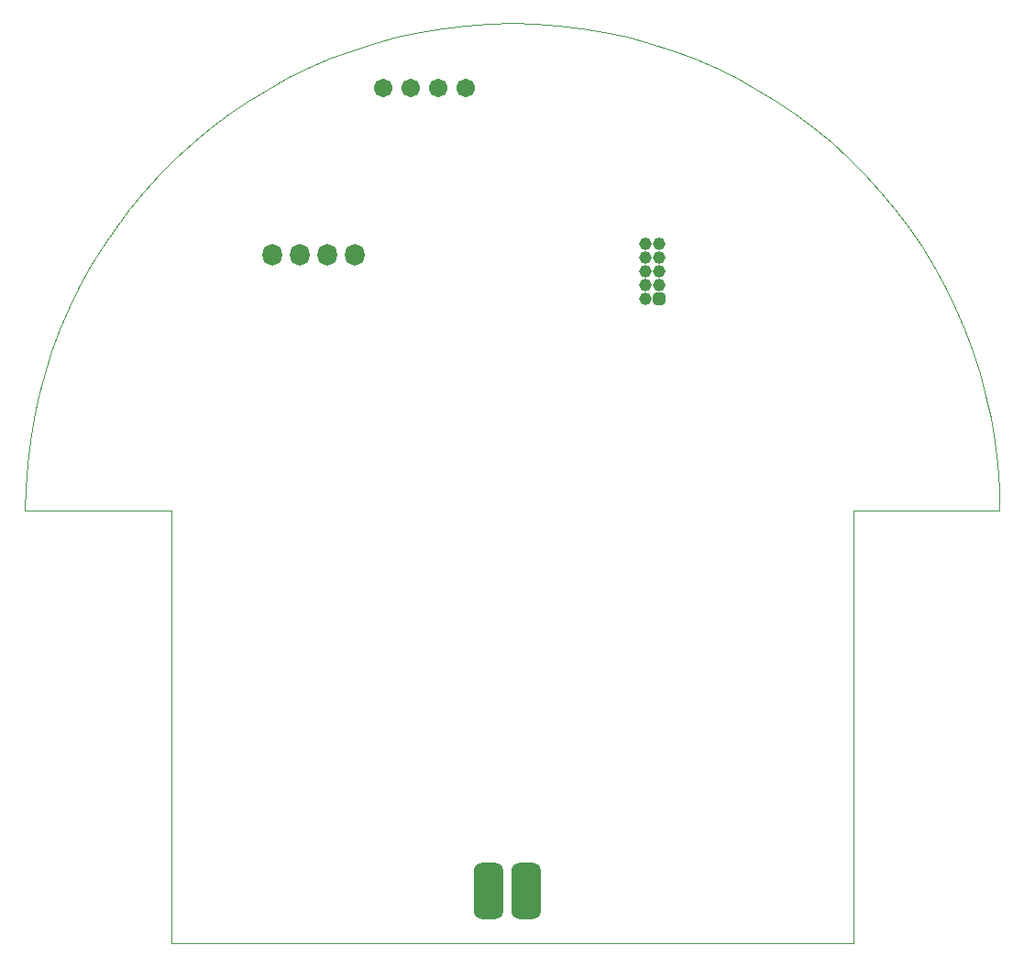
<source format=gbs>
%FSLAX25Y25*%
%MOIN*%
G70*
G01*
G75*
G04 Layer_Color=16711935*
G04:AMPARAMS|DCode=10|XSize=21.65mil|YSize=39.37mil|CornerRadius=5.41mil|HoleSize=0mil|Usage=FLASHONLY|Rotation=270.000|XOffset=0mil|YOffset=0mil|HoleType=Round|Shape=RoundedRectangle|*
%AMROUNDEDRECTD10*
21,1,0.02165,0.02854,0,0,270.0*
21,1,0.01083,0.03937,0,0,270.0*
1,1,0.01083,-0.01427,-0.00541*
1,1,0.01083,-0.01427,0.00541*
1,1,0.01083,0.01427,0.00541*
1,1,0.01083,0.01427,-0.00541*
%
%ADD10ROUNDEDRECTD10*%
G04:AMPARAMS|DCode=11|XSize=41.34mil|YSize=47.24mil|CornerRadius=10.34mil|HoleSize=0mil|Usage=FLASHONLY|Rotation=270.000|XOffset=0mil|YOffset=0mil|HoleType=Round|Shape=RoundedRectangle|*
%AMROUNDEDRECTD11*
21,1,0.04134,0.02658,0,0,270.0*
21,1,0.02067,0.04724,0,0,270.0*
1,1,0.02067,-0.01329,-0.01034*
1,1,0.02067,-0.01329,0.01034*
1,1,0.02067,0.01329,0.01034*
1,1,0.02067,0.01329,-0.01034*
%
%ADD11ROUNDEDRECTD11*%
%ADD12R,0.11811X0.08268*%
%ADD13R,0.06299X0.03189*%
G04:AMPARAMS|DCode=14|XSize=41.34mil|YSize=47.24mil|CornerRadius=10.34mil|HoleSize=0mil|Usage=FLASHONLY|Rotation=0.000|XOffset=0mil|YOffset=0mil|HoleType=Round|Shape=RoundedRectangle|*
%AMROUNDEDRECTD14*
21,1,0.04134,0.02658,0,0,0.0*
21,1,0.02067,0.04724,0,0,0.0*
1,1,0.02067,0.01034,-0.01329*
1,1,0.02067,-0.01034,-0.01329*
1,1,0.02067,-0.01034,0.01329*
1,1,0.02067,0.01034,0.01329*
%
%ADD14ROUNDEDRECTD14*%
%ADD15O,0.03543X0.00984*%
%ADD16O,0.00984X0.03543*%
%ADD17R,0.07087X0.07087*%
G04:AMPARAMS|DCode=18|XSize=145.67mil|YSize=59.06mil|CornerRadius=14.76mil|HoleSize=0mil|Usage=FLASHONLY|Rotation=90.000|XOffset=0mil|YOffset=0mil|HoleType=Round|Shape=RoundedRectangle|*
%AMROUNDEDRECTD18*
21,1,0.14567,0.02953,0,0,90.0*
21,1,0.11614,0.05906,0,0,90.0*
1,1,0.02953,0.01476,0.05807*
1,1,0.02953,0.01476,-0.05807*
1,1,0.02953,-0.01476,-0.05807*
1,1,0.02953,-0.01476,0.05807*
%
%ADD18ROUNDEDRECTD18*%
G04:AMPARAMS|DCode=19|XSize=11.81mil|YSize=47.24mil|CornerRadius=2.95mil|HoleSize=0mil|Usage=FLASHONLY|Rotation=180.000|XOffset=0mil|YOffset=0mil|HoleType=Round|Shape=RoundedRectangle|*
%AMROUNDEDRECTD19*
21,1,0.01181,0.04134,0,0,180.0*
21,1,0.00591,0.04724,0,0,180.0*
1,1,0.00591,-0.00295,0.02067*
1,1,0.00591,0.00295,0.02067*
1,1,0.00591,0.00295,-0.02067*
1,1,0.00591,-0.00295,-0.02067*
%
%ADD19ROUNDEDRECTD19*%
G04:AMPARAMS|DCode=20|XSize=11.81mil|YSize=47.24mil|CornerRadius=2.95mil|HoleSize=0mil|Usage=FLASHONLY|Rotation=90.000|XOffset=0mil|YOffset=0mil|HoleType=Round|Shape=RoundedRectangle|*
%AMROUNDEDRECTD20*
21,1,0.01181,0.04134,0,0,90.0*
21,1,0.00591,0.04724,0,0,90.0*
1,1,0.00591,0.02067,0.00295*
1,1,0.00591,0.02067,-0.00295*
1,1,0.00591,-0.02067,-0.00295*
1,1,0.00591,-0.02067,0.00295*
%
%ADD20ROUNDEDRECTD20*%
%ADD21C,0.05906*%
G04:AMPARAMS|DCode=22|XSize=98.43mil|YSize=196.85mil|CornerRadius=24.61mil|HoleSize=0mil|Usage=FLASHONLY|Rotation=0.000|XOffset=0mil|YOffset=0mil|HoleType=Round|Shape=RoundedRectangle|*
%AMROUNDEDRECTD22*
21,1,0.09843,0.14764,0,0,0.0*
21,1,0.04921,0.19685,0,0,0.0*
1,1,0.04921,0.02461,-0.07382*
1,1,0.04921,-0.02461,-0.07382*
1,1,0.04921,-0.02461,0.07382*
1,1,0.04921,0.02461,0.07382*
%
%ADD22ROUNDEDRECTD22*%
%ADD23C,0.00394*%
%ADD24O,0.06299X0.07087*%
%ADD25C,0.03740*%
G04:AMPARAMS|DCode=26|XSize=37.4mil|YSize=37.4mil|CornerRadius=9.35mil|HoleSize=0mil|Usage=FLASHONLY|Rotation=90.000|XOffset=0mil|YOffset=0mil|HoleType=Round|Shape=RoundedRectangle|*
%AMROUNDEDRECTD26*
21,1,0.03740,0.01870,0,0,90.0*
21,1,0.01870,0.03740,0,0,90.0*
1,1,0.01870,0.00935,0.00935*
1,1,0.01870,0.00935,-0.00935*
1,1,0.01870,-0.00935,-0.00935*
1,1,0.01870,-0.00935,0.00935*
%
%ADD26ROUNDEDRECTD26*%
%ADD27C,0.01969*%
%ADD28C,0.00787*%
%ADD29C,0.00984*%
%ADD30C,0.01000*%
G04:AMPARAMS|DCode=31|XSize=29.65mil|YSize=47.37mil|CornerRadius=9.41mil|HoleSize=0mil|Usage=FLASHONLY|Rotation=270.000|XOffset=0mil|YOffset=0mil|HoleType=Round|Shape=RoundedRectangle|*
%AMROUNDEDRECTD31*
21,1,0.02965,0.02854,0,0,270.0*
21,1,0.01083,0.04737,0,0,270.0*
1,1,0.01883,-0.01427,-0.00541*
1,1,0.01883,-0.01427,0.00541*
1,1,0.01883,0.01427,0.00541*
1,1,0.01883,0.01427,-0.00541*
%
%ADD31ROUNDEDRECTD31*%
G04:AMPARAMS|DCode=32|XSize=49.34mil|YSize=55.24mil|CornerRadius=14.34mil|HoleSize=0mil|Usage=FLASHONLY|Rotation=270.000|XOffset=0mil|YOffset=0mil|HoleType=Round|Shape=RoundedRectangle|*
%AMROUNDEDRECTD32*
21,1,0.04934,0.02658,0,0,270.0*
21,1,0.02067,0.05524,0,0,270.0*
1,1,0.02867,-0.01329,-0.01034*
1,1,0.02867,-0.01329,0.01034*
1,1,0.02867,0.01329,0.01034*
1,1,0.02867,0.01329,-0.01034*
%
%ADD32ROUNDEDRECTD32*%
%ADD33R,0.12611X0.09068*%
%ADD34R,0.07099X0.03989*%
G04:AMPARAMS|DCode=35|XSize=49.34mil|YSize=55.24mil|CornerRadius=14.34mil|HoleSize=0mil|Usage=FLASHONLY|Rotation=0.000|XOffset=0mil|YOffset=0mil|HoleType=Round|Shape=RoundedRectangle|*
%AMROUNDEDRECTD35*
21,1,0.04934,0.02658,0,0,0.0*
21,1,0.02067,0.05524,0,0,0.0*
1,1,0.02867,0.01034,-0.01329*
1,1,0.02867,-0.01034,-0.01329*
1,1,0.02867,-0.01034,0.01329*
1,1,0.02867,0.01034,0.01329*
%
%ADD35ROUNDEDRECTD35*%
%ADD36O,0.04343X0.01784*%
%ADD37O,0.01784X0.04343*%
%ADD38R,0.07887X0.07887*%
G04:AMPARAMS|DCode=39|XSize=153.67mil|YSize=67.06mil|CornerRadius=18.76mil|HoleSize=0mil|Usage=FLASHONLY|Rotation=90.000|XOffset=0mil|YOffset=0mil|HoleType=Round|Shape=RoundedRectangle|*
%AMROUNDEDRECTD39*
21,1,0.15367,0.02953,0,0,90.0*
21,1,0.11614,0.06706,0,0,90.0*
1,1,0.03753,0.01476,0.05807*
1,1,0.03753,0.01476,-0.05807*
1,1,0.03753,-0.01476,-0.05807*
1,1,0.03753,-0.01476,0.05807*
%
%ADD39ROUNDEDRECTD39*%
G04:AMPARAMS|DCode=40|XSize=19.81mil|YSize=55.24mil|CornerRadius=6.95mil|HoleSize=0mil|Usage=FLASHONLY|Rotation=180.000|XOffset=0mil|YOffset=0mil|HoleType=Round|Shape=RoundedRectangle|*
%AMROUNDEDRECTD40*
21,1,0.01981,0.04134,0,0,180.0*
21,1,0.00591,0.05524,0,0,180.0*
1,1,0.01391,-0.00295,0.02067*
1,1,0.01391,0.00295,0.02067*
1,1,0.01391,0.00295,-0.02067*
1,1,0.01391,-0.00295,-0.02067*
%
%ADD40ROUNDEDRECTD40*%
G04:AMPARAMS|DCode=41|XSize=19.81mil|YSize=55.24mil|CornerRadius=6.95mil|HoleSize=0mil|Usage=FLASHONLY|Rotation=90.000|XOffset=0mil|YOffset=0mil|HoleType=Round|Shape=RoundedRectangle|*
%AMROUNDEDRECTD41*
21,1,0.01981,0.04134,0,0,90.0*
21,1,0.00591,0.05524,0,0,90.0*
1,1,0.01391,0.02067,0.00295*
1,1,0.01391,0.02067,-0.00295*
1,1,0.01391,-0.02067,-0.00295*
1,1,0.01391,-0.02067,0.00295*
%
%ADD41ROUNDEDRECTD41*%
%ADD42C,0.06706*%
G04:AMPARAMS|DCode=43|XSize=106.42mil|YSize=204.85mil|CornerRadius=28.61mil|HoleSize=0mil|Usage=FLASHONLY|Rotation=0.000|XOffset=0mil|YOffset=0mil|HoleType=Round|Shape=RoundedRectangle|*
%AMROUNDEDRECTD43*
21,1,0.10642,0.14764,0,0,0.0*
21,1,0.04921,0.20485,0,0,0.0*
1,1,0.05721,0.02461,-0.07382*
1,1,0.05721,-0.02461,-0.07382*
1,1,0.05721,-0.02461,0.07382*
1,1,0.05721,0.02461,0.07382*
%
%ADD43ROUNDEDRECTD43*%
%ADD44O,0.07099X0.07887*%
%ADD45C,0.04540*%
G04:AMPARAMS|DCode=46|XSize=45.4mil|YSize=45.4mil|CornerRadius=13.35mil|HoleSize=0mil|Usage=FLASHONLY|Rotation=90.000|XOffset=0mil|YOffset=0mil|HoleType=Round|Shape=RoundedRectangle|*
%AMROUNDEDRECTD46*
21,1,0.04540,0.01870,0,0,90.0*
21,1,0.01870,0.04540,0,0,90.0*
1,1,0.02670,0.00935,0.00935*
1,1,0.02670,0.00935,-0.00935*
1,1,0.02670,-0.00935,-0.00935*
1,1,0.02670,-0.00935,0.00935*
%
%ADD46ROUNDEDRECTD46*%
D23*
X124016Y157480D02*
X177165Y157480D01*
X124016Y0D02*
Y157480D01*
X-124016Y-0D02*
X124016Y0D01*
X-124016Y-0D02*
Y157480D01*
X-177165Y157480D02*
X-124016Y157480D01*
X-177165Y157480D02*
X-176965Y165910D01*
X-176363Y174321D01*
X-175362Y182694D01*
X-173964Y191009D01*
X-172171Y199249D01*
X-169989Y207394D01*
X-167421Y215425D01*
X-164475Y223326D01*
X-161155Y231077D01*
X-157471Y238662D01*
X-153430Y246063D01*
X-149041Y253263D01*
X-144315Y260246D01*
X-139261Y266997D01*
X-133893Y273499D01*
X-128221Y279738D01*
X-122258Y285701D01*
X-116019Y291373D01*
X-109517Y296742D01*
X-102766Y301795D01*
X-95783Y306521D01*
X-88583Y310910D01*
X-81182Y314951D01*
X-73597Y318636D01*
X-65846Y321955D01*
X-57945Y324902D01*
X-49913Y327469D01*
X-41768Y329652D01*
X-33529Y331444D01*
X-25213Y332842D01*
X-16841Y333843D01*
X-8430Y334445D01*
X-0Y334646D01*
X8430Y334445D01*
X16841Y333843D01*
X25213Y332842D01*
X33529Y331444D01*
X41768Y329652D01*
X49913Y327469D01*
X57945Y324902D01*
X65846Y321955D01*
X73597Y318636D01*
X81182Y314951D01*
X88583Y310910D01*
X95783Y306521D01*
X102766Y301795D01*
X109516Y296742D01*
X116019Y291373D01*
X122258Y285701D01*
X128220Y279738D01*
X133893Y273499D01*
X139261Y266997D01*
X144315Y260246D01*
X149041Y253263D01*
X153430Y246063D01*
X157471Y238662D01*
X161155Y231078D01*
X164474Y223326D01*
X167421Y215425D01*
X169989Y207394D01*
X172171Y199249D01*
X173964Y191009D01*
X175362Y182694D01*
X176363Y174321D01*
X176965Y165910D01*
X177165Y157480D01*
D42*
X-16890Y311221D02*
D03*
X-26890D02*
D03*
X-36890D02*
D03*
X-46890D02*
D03*
X3228Y19193D02*
D03*
X-6772D02*
D03*
D43*
X-8661D02*
D03*
X5118D02*
D03*
D44*
X-77146Y250492D02*
D03*
X-87146D02*
D03*
X-67146D02*
D03*
X-57146D02*
D03*
D45*
X48386Y254390D02*
D03*
Y249390D02*
D03*
X53386Y254390D02*
D03*
Y249390D02*
D03*
X48386Y244390D02*
D03*
Y239390D02*
D03*
X53386Y244390D02*
D03*
Y239390D02*
D03*
X48386Y234390D02*
D03*
D46*
X53386D02*
D03*
M02*

</source>
